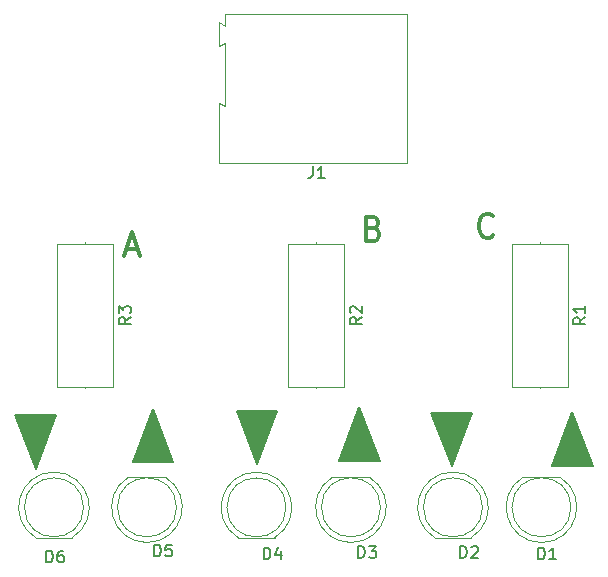
<source format=gbr>
%TF.GenerationSoftware,KiCad,Pcbnew,7.0.1*%
%TF.CreationDate,2023-07-30T20:59:50+03:00*%
%TF.ProjectId,Led.R+G,4c65642e-522b-4472-9e6b-696361645f70,rev?*%
%TF.SameCoordinates,Original*%
%TF.FileFunction,Legend,Top*%
%TF.FilePolarity,Positive*%
%FSLAX46Y46*%
G04 Gerber Fmt 4.6, Leading zero omitted, Abs format (unit mm)*
G04 Created by KiCad (PCBNEW 7.0.1) date 2023-07-30 20:59:50*
%MOMM*%
%LPD*%
G01*
G04 APERTURE LIST*
%ADD10C,0.150000*%
%ADD11C,0.300000*%
%ADD12C,0.120000*%
%ADD13C,2.400000*%
%ADD14O,2.400000X2.400000*%
%ADD15R,1.800000X1.800000*%
%ADD16C,1.800000*%
%ADD17R,1.980000X3.960000*%
%ADD18O,1.980000X3.960000*%
G04 APERTURE END LIST*
D10*
X81550000Y-91310000D02*
X78104782Y-91310000D01*
X79818087Y-86789897D01*
X81550000Y-91310000D01*
G36*
X81550000Y-91310000D02*
G01*
X78104782Y-91310000D01*
X79818087Y-86789897D01*
X81550000Y-91310000D01*
G37*
X64091898Y-91455282D02*
X60646680Y-91455282D01*
X62359985Y-86935179D01*
X64091898Y-91455282D01*
G36*
X64091898Y-91455282D02*
G01*
X60646680Y-91455282D01*
X62359985Y-86935179D01*
X64091898Y-91455282D01*
G37*
X52440015Y-91964821D02*
X50708102Y-87444718D01*
X54153320Y-87444718D01*
X52440015Y-91964821D01*
G36*
X52440015Y-91964821D02*
G01*
X50708102Y-87444718D01*
X54153320Y-87444718D01*
X52440015Y-91964821D01*
G37*
X71170015Y-91574821D02*
X69438102Y-87054718D01*
X72883320Y-87054718D01*
X71170015Y-91574821D01*
G36*
X71170015Y-91574821D02*
G01*
X69438102Y-87054718D01*
X72883320Y-87054718D01*
X71170015Y-91574821D01*
G37*
X99572774Y-91715978D02*
X96127556Y-91715978D01*
X97840861Y-87195875D01*
X99572774Y-91715978D01*
G36*
X99572774Y-91715978D02*
G01*
X96127556Y-91715978D01*
X97840861Y-87195875D01*
X99572774Y-91715978D01*
G37*
X87649139Y-91744125D02*
X85917226Y-87224022D01*
X89362444Y-87224022D01*
X87649139Y-91744125D01*
G36*
X87649139Y-91744125D02*
G01*
X85917226Y-87224022D01*
X89362444Y-87224022D01*
X87649139Y-91744125D01*
G37*
D11*
X91170047Y-72235761D02*
X91074809Y-72331000D01*
X91074809Y-72331000D02*
X90789095Y-72426238D01*
X90789095Y-72426238D02*
X90598619Y-72426238D01*
X90598619Y-72426238D02*
X90312904Y-72331000D01*
X90312904Y-72331000D02*
X90122428Y-72140523D01*
X90122428Y-72140523D02*
X90027190Y-71950047D01*
X90027190Y-71950047D02*
X89931952Y-71569095D01*
X89931952Y-71569095D02*
X89931952Y-71283380D01*
X89931952Y-71283380D02*
X90027190Y-70902428D01*
X90027190Y-70902428D02*
X90122428Y-70711952D01*
X90122428Y-70711952D02*
X90312904Y-70521476D01*
X90312904Y-70521476D02*
X90598619Y-70426238D01*
X90598619Y-70426238D02*
X90789095Y-70426238D01*
X90789095Y-70426238D02*
X91074809Y-70521476D01*
X91074809Y-70521476D02*
X91170047Y-70616714D01*
X60102809Y-73378809D02*
X61055190Y-73378809D01*
X59912333Y-73950238D02*
X60578999Y-71950238D01*
X60578999Y-71950238D02*
X61245666Y-73950238D01*
X81041857Y-71632619D02*
X81327571Y-71727857D01*
X81327571Y-71727857D02*
X81422809Y-71823095D01*
X81422809Y-71823095D02*
X81518047Y-72013571D01*
X81518047Y-72013571D02*
X81518047Y-72299285D01*
X81518047Y-72299285D02*
X81422809Y-72489761D01*
X81422809Y-72489761D02*
X81327571Y-72585000D01*
X81327571Y-72585000D02*
X81137095Y-72680238D01*
X81137095Y-72680238D02*
X80375190Y-72680238D01*
X80375190Y-72680238D02*
X80375190Y-70680238D01*
X80375190Y-70680238D02*
X81041857Y-70680238D01*
X81041857Y-70680238D02*
X81232333Y-70775476D01*
X81232333Y-70775476D02*
X81327571Y-70870714D01*
X81327571Y-70870714D02*
X81422809Y-71061190D01*
X81422809Y-71061190D02*
X81422809Y-71251666D01*
X81422809Y-71251666D02*
X81327571Y-71442142D01*
X81327571Y-71442142D02*
X81232333Y-71537380D01*
X81232333Y-71537380D02*
X81041857Y-71632619D01*
X81041857Y-71632619D02*
X80375190Y-71632619D01*
D10*
%TO.C,R3*%
X60474619Y-79160666D02*
X59998428Y-79493999D01*
X60474619Y-79732094D02*
X59474619Y-79732094D01*
X59474619Y-79732094D02*
X59474619Y-79351142D01*
X59474619Y-79351142D02*
X59522238Y-79255904D01*
X59522238Y-79255904D02*
X59569857Y-79208285D01*
X59569857Y-79208285D02*
X59665095Y-79160666D01*
X59665095Y-79160666D02*
X59807952Y-79160666D01*
X59807952Y-79160666D02*
X59903190Y-79208285D01*
X59903190Y-79208285D02*
X59950809Y-79255904D01*
X59950809Y-79255904D02*
X59998428Y-79351142D01*
X59998428Y-79351142D02*
X59998428Y-79732094D01*
X59474619Y-78827332D02*
X59474619Y-78208285D01*
X59474619Y-78208285D02*
X59855571Y-78541618D01*
X59855571Y-78541618D02*
X59855571Y-78398761D01*
X59855571Y-78398761D02*
X59903190Y-78303523D01*
X59903190Y-78303523D02*
X59950809Y-78255904D01*
X59950809Y-78255904D02*
X60046047Y-78208285D01*
X60046047Y-78208285D02*
X60284142Y-78208285D01*
X60284142Y-78208285D02*
X60379380Y-78255904D01*
X60379380Y-78255904D02*
X60427000Y-78303523D01*
X60427000Y-78303523D02*
X60474619Y-78398761D01*
X60474619Y-78398761D02*
X60474619Y-78684475D01*
X60474619Y-78684475D02*
X60427000Y-78779713D01*
X60427000Y-78779713D02*
X60379380Y-78827332D01*
%TO.C,D4*%
X71732905Y-99656619D02*
X71732905Y-98656619D01*
X71732905Y-98656619D02*
X71971000Y-98656619D01*
X71971000Y-98656619D02*
X72113857Y-98704238D01*
X72113857Y-98704238D02*
X72209095Y-98799476D01*
X72209095Y-98799476D02*
X72256714Y-98894714D01*
X72256714Y-98894714D02*
X72304333Y-99085190D01*
X72304333Y-99085190D02*
X72304333Y-99228047D01*
X72304333Y-99228047D02*
X72256714Y-99418523D01*
X72256714Y-99418523D02*
X72209095Y-99513761D01*
X72209095Y-99513761D02*
X72113857Y-99609000D01*
X72113857Y-99609000D02*
X71971000Y-99656619D01*
X71971000Y-99656619D02*
X71732905Y-99656619D01*
X73161476Y-98989952D02*
X73161476Y-99656619D01*
X72923381Y-98609000D02*
X72685286Y-99323285D01*
X72685286Y-99323285D02*
X73304333Y-99323285D01*
%TO.C,D2*%
X88369905Y-99529619D02*
X88369905Y-98529619D01*
X88369905Y-98529619D02*
X88608000Y-98529619D01*
X88608000Y-98529619D02*
X88750857Y-98577238D01*
X88750857Y-98577238D02*
X88846095Y-98672476D01*
X88846095Y-98672476D02*
X88893714Y-98767714D01*
X88893714Y-98767714D02*
X88941333Y-98958190D01*
X88941333Y-98958190D02*
X88941333Y-99101047D01*
X88941333Y-99101047D02*
X88893714Y-99291523D01*
X88893714Y-99291523D02*
X88846095Y-99386761D01*
X88846095Y-99386761D02*
X88750857Y-99482000D01*
X88750857Y-99482000D02*
X88608000Y-99529619D01*
X88608000Y-99529619D02*
X88369905Y-99529619D01*
X89322286Y-98624857D02*
X89369905Y-98577238D01*
X89369905Y-98577238D02*
X89465143Y-98529619D01*
X89465143Y-98529619D02*
X89703238Y-98529619D01*
X89703238Y-98529619D02*
X89798476Y-98577238D01*
X89798476Y-98577238D02*
X89846095Y-98624857D01*
X89846095Y-98624857D02*
X89893714Y-98720095D01*
X89893714Y-98720095D02*
X89893714Y-98815333D01*
X89893714Y-98815333D02*
X89846095Y-98958190D01*
X89846095Y-98958190D02*
X89274667Y-99529619D01*
X89274667Y-99529619D02*
X89893714Y-99529619D01*
%TO.C,R1*%
X98955619Y-79160666D02*
X98479428Y-79493999D01*
X98955619Y-79732094D02*
X97955619Y-79732094D01*
X97955619Y-79732094D02*
X97955619Y-79351142D01*
X97955619Y-79351142D02*
X98003238Y-79255904D01*
X98003238Y-79255904D02*
X98050857Y-79208285D01*
X98050857Y-79208285D02*
X98146095Y-79160666D01*
X98146095Y-79160666D02*
X98288952Y-79160666D01*
X98288952Y-79160666D02*
X98384190Y-79208285D01*
X98384190Y-79208285D02*
X98431809Y-79255904D01*
X98431809Y-79255904D02*
X98479428Y-79351142D01*
X98479428Y-79351142D02*
X98479428Y-79732094D01*
X98955619Y-78208285D02*
X98955619Y-78779713D01*
X98955619Y-78493999D02*
X97955619Y-78493999D01*
X97955619Y-78493999D02*
X98098476Y-78589237D01*
X98098476Y-78589237D02*
X98193714Y-78684475D01*
X98193714Y-78684475D02*
X98241333Y-78779713D01*
%TO.C,J1*%
X75907666Y-66369619D02*
X75907666Y-67083904D01*
X75907666Y-67083904D02*
X75860047Y-67226761D01*
X75860047Y-67226761D02*
X75764809Y-67322000D01*
X75764809Y-67322000D02*
X75621952Y-67369619D01*
X75621952Y-67369619D02*
X75526714Y-67369619D01*
X76907666Y-67369619D02*
X76336238Y-67369619D01*
X76621952Y-67369619D02*
X76621952Y-66369619D01*
X76621952Y-66369619D02*
X76526714Y-66512476D01*
X76526714Y-66512476D02*
X76431476Y-66607714D01*
X76431476Y-66607714D02*
X76336238Y-66655333D01*
%TO.C,D5*%
X62461905Y-99402619D02*
X62461905Y-98402619D01*
X62461905Y-98402619D02*
X62700000Y-98402619D01*
X62700000Y-98402619D02*
X62842857Y-98450238D01*
X62842857Y-98450238D02*
X62938095Y-98545476D01*
X62938095Y-98545476D02*
X62985714Y-98640714D01*
X62985714Y-98640714D02*
X63033333Y-98831190D01*
X63033333Y-98831190D02*
X63033333Y-98974047D01*
X63033333Y-98974047D02*
X62985714Y-99164523D01*
X62985714Y-99164523D02*
X62938095Y-99259761D01*
X62938095Y-99259761D02*
X62842857Y-99355000D01*
X62842857Y-99355000D02*
X62700000Y-99402619D01*
X62700000Y-99402619D02*
X62461905Y-99402619D01*
X63938095Y-98402619D02*
X63461905Y-98402619D01*
X63461905Y-98402619D02*
X63414286Y-98878809D01*
X63414286Y-98878809D02*
X63461905Y-98831190D01*
X63461905Y-98831190D02*
X63557143Y-98783571D01*
X63557143Y-98783571D02*
X63795238Y-98783571D01*
X63795238Y-98783571D02*
X63890476Y-98831190D01*
X63890476Y-98831190D02*
X63938095Y-98878809D01*
X63938095Y-98878809D02*
X63985714Y-98974047D01*
X63985714Y-98974047D02*
X63985714Y-99212142D01*
X63985714Y-99212142D02*
X63938095Y-99307380D01*
X63938095Y-99307380D02*
X63890476Y-99355000D01*
X63890476Y-99355000D02*
X63795238Y-99402619D01*
X63795238Y-99402619D02*
X63557143Y-99402619D01*
X63557143Y-99402619D02*
X63461905Y-99355000D01*
X63461905Y-99355000D02*
X63414286Y-99307380D01*
%TO.C,D6*%
X53317905Y-99910619D02*
X53317905Y-98910619D01*
X53317905Y-98910619D02*
X53556000Y-98910619D01*
X53556000Y-98910619D02*
X53698857Y-98958238D01*
X53698857Y-98958238D02*
X53794095Y-99053476D01*
X53794095Y-99053476D02*
X53841714Y-99148714D01*
X53841714Y-99148714D02*
X53889333Y-99339190D01*
X53889333Y-99339190D02*
X53889333Y-99482047D01*
X53889333Y-99482047D02*
X53841714Y-99672523D01*
X53841714Y-99672523D02*
X53794095Y-99767761D01*
X53794095Y-99767761D02*
X53698857Y-99863000D01*
X53698857Y-99863000D02*
X53556000Y-99910619D01*
X53556000Y-99910619D02*
X53317905Y-99910619D01*
X54746476Y-98910619D02*
X54556000Y-98910619D01*
X54556000Y-98910619D02*
X54460762Y-98958238D01*
X54460762Y-98958238D02*
X54413143Y-99005857D01*
X54413143Y-99005857D02*
X54317905Y-99148714D01*
X54317905Y-99148714D02*
X54270286Y-99339190D01*
X54270286Y-99339190D02*
X54270286Y-99720142D01*
X54270286Y-99720142D02*
X54317905Y-99815380D01*
X54317905Y-99815380D02*
X54365524Y-99863000D01*
X54365524Y-99863000D02*
X54460762Y-99910619D01*
X54460762Y-99910619D02*
X54651238Y-99910619D01*
X54651238Y-99910619D02*
X54746476Y-99863000D01*
X54746476Y-99863000D02*
X54794095Y-99815380D01*
X54794095Y-99815380D02*
X54841714Y-99720142D01*
X54841714Y-99720142D02*
X54841714Y-99482047D01*
X54841714Y-99482047D02*
X54794095Y-99386809D01*
X54794095Y-99386809D02*
X54746476Y-99339190D01*
X54746476Y-99339190D02*
X54651238Y-99291571D01*
X54651238Y-99291571D02*
X54460762Y-99291571D01*
X54460762Y-99291571D02*
X54365524Y-99339190D01*
X54365524Y-99339190D02*
X54317905Y-99386809D01*
X54317905Y-99386809D02*
X54270286Y-99482047D01*
%TO.C,D3*%
X79733905Y-99529619D02*
X79733905Y-98529619D01*
X79733905Y-98529619D02*
X79972000Y-98529619D01*
X79972000Y-98529619D02*
X80114857Y-98577238D01*
X80114857Y-98577238D02*
X80210095Y-98672476D01*
X80210095Y-98672476D02*
X80257714Y-98767714D01*
X80257714Y-98767714D02*
X80305333Y-98958190D01*
X80305333Y-98958190D02*
X80305333Y-99101047D01*
X80305333Y-99101047D02*
X80257714Y-99291523D01*
X80257714Y-99291523D02*
X80210095Y-99386761D01*
X80210095Y-99386761D02*
X80114857Y-99482000D01*
X80114857Y-99482000D02*
X79972000Y-99529619D01*
X79972000Y-99529619D02*
X79733905Y-99529619D01*
X80638667Y-98529619D02*
X81257714Y-98529619D01*
X81257714Y-98529619D02*
X80924381Y-98910571D01*
X80924381Y-98910571D02*
X81067238Y-98910571D01*
X81067238Y-98910571D02*
X81162476Y-98958190D01*
X81162476Y-98958190D02*
X81210095Y-99005809D01*
X81210095Y-99005809D02*
X81257714Y-99101047D01*
X81257714Y-99101047D02*
X81257714Y-99339142D01*
X81257714Y-99339142D02*
X81210095Y-99434380D01*
X81210095Y-99434380D02*
X81162476Y-99482000D01*
X81162476Y-99482000D02*
X81067238Y-99529619D01*
X81067238Y-99529619D02*
X80781524Y-99529619D01*
X80781524Y-99529619D02*
X80686286Y-99482000D01*
X80686286Y-99482000D02*
X80638667Y-99434380D01*
%TO.C,R2*%
X80032619Y-79160666D02*
X79556428Y-79493999D01*
X80032619Y-79732094D02*
X79032619Y-79732094D01*
X79032619Y-79732094D02*
X79032619Y-79351142D01*
X79032619Y-79351142D02*
X79080238Y-79255904D01*
X79080238Y-79255904D02*
X79127857Y-79208285D01*
X79127857Y-79208285D02*
X79223095Y-79160666D01*
X79223095Y-79160666D02*
X79365952Y-79160666D01*
X79365952Y-79160666D02*
X79461190Y-79208285D01*
X79461190Y-79208285D02*
X79508809Y-79255904D01*
X79508809Y-79255904D02*
X79556428Y-79351142D01*
X79556428Y-79351142D02*
X79556428Y-79732094D01*
X79127857Y-78779713D02*
X79080238Y-78732094D01*
X79080238Y-78732094D02*
X79032619Y-78636856D01*
X79032619Y-78636856D02*
X79032619Y-78398761D01*
X79032619Y-78398761D02*
X79080238Y-78303523D01*
X79080238Y-78303523D02*
X79127857Y-78255904D01*
X79127857Y-78255904D02*
X79223095Y-78208285D01*
X79223095Y-78208285D02*
X79318333Y-78208285D01*
X79318333Y-78208285D02*
X79461190Y-78255904D01*
X79461190Y-78255904D02*
X80032619Y-78827332D01*
X80032619Y-78827332D02*
X80032619Y-78208285D01*
%TO.C,D1*%
X94973905Y-99656619D02*
X94973905Y-98656619D01*
X94973905Y-98656619D02*
X95212000Y-98656619D01*
X95212000Y-98656619D02*
X95354857Y-98704238D01*
X95354857Y-98704238D02*
X95450095Y-98799476D01*
X95450095Y-98799476D02*
X95497714Y-98894714D01*
X95497714Y-98894714D02*
X95545333Y-99085190D01*
X95545333Y-99085190D02*
X95545333Y-99228047D01*
X95545333Y-99228047D02*
X95497714Y-99418523D01*
X95497714Y-99418523D02*
X95450095Y-99513761D01*
X95450095Y-99513761D02*
X95354857Y-99609000D01*
X95354857Y-99609000D02*
X95212000Y-99656619D01*
X95212000Y-99656619D02*
X94973905Y-99656619D01*
X96497714Y-99656619D02*
X95926286Y-99656619D01*
X96212000Y-99656619D02*
X96212000Y-98656619D01*
X96212000Y-98656619D02*
X96116762Y-98799476D01*
X96116762Y-98799476D02*
X96021524Y-98894714D01*
X96021524Y-98894714D02*
X95926286Y-98942333D01*
D12*
%TO.C,R3*%
X54272000Y-85064000D02*
X59012000Y-85064000D01*
X59012000Y-85064000D02*
X59012000Y-72924000D01*
X54272000Y-72924000D02*
X54272000Y-85064000D01*
X56642000Y-72814000D02*
X56642000Y-72924000D01*
X56642000Y-85174000D02*
X56642000Y-85064000D01*
X59012000Y-72924000D02*
X54272000Y-72924000D01*
%TO.C,D4*%
X69575000Y-97815000D02*
X72665000Y-97815000D01*
X71120462Y-92265001D02*
G75*
G03*
X69575170Y-97814999I-462J-2989999D01*
G01*
X72664830Y-97815000D02*
G75*
G03*
X71119538Y-92265000I-1544830J2560000D01*
G01*
X73620000Y-95255000D02*
G75*
G03*
X73620000Y-95255000I-2500000J0D01*
G01*
%TO.C,D2*%
X86212000Y-97815000D02*
X89302000Y-97815000D01*
X87757462Y-92265001D02*
G75*
G03*
X86212170Y-97814999I-462J-2989999D01*
G01*
X89301830Y-97815000D02*
G75*
G03*
X87756538Y-92265000I-1544830J2560000D01*
G01*
X90257000Y-95255000D02*
G75*
G03*
X90257000Y-95255000I-2500000J0D01*
G01*
%TO.C,R1*%
X92753000Y-85064000D02*
X97493000Y-85064000D01*
X95123000Y-85174000D02*
X95123000Y-85064000D01*
X95123000Y-72814000D02*
X95123000Y-72924000D01*
X92753000Y-72924000D02*
X92753000Y-85064000D01*
X97493000Y-85064000D02*
X97493000Y-72924000D01*
X97493000Y-72924000D02*
X92753000Y-72924000D01*
%TO.C,J1*%
X68491000Y-61307000D02*
X67991000Y-61057000D01*
X68491000Y-55907000D02*
X68491000Y-61307000D01*
X83891000Y-66107000D02*
X83891000Y-53507000D01*
X68491000Y-53507000D02*
X68491000Y-54457000D01*
X67991000Y-66107000D02*
X83891000Y-66107000D01*
X68491000Y-54457000D02*
X67991000Y-54157000D01*
X67991000Y-56157000D02*
X68491000Y-55907000D01*
X67991000Y-54157000D02*
X67991000Y-56157000D01*
X83891000Y-53507000D02*
X68491000Y-53507000D01*
X67991000Y-61057000D02*
X67991000Y-66107000D01*
%TO.C,D5*%
X63394000Y-92685000D02*
X60304000Y-92685000D01*
X60304170Y-92685000D02*
G75*
G03*
X61849462Y-98235000I1544830J-2560000D01*
G01*
X61848538Y-98234999D02*
G75*
G03*
X63393830Y-92685001I462J2989999D01*
G01*
X64349000Y-95245000D02*
G75*
G03*
X64349000Y-95245000I-2500000J0D01*
G01*
%TO.C,D6*%
X52430000Y-97815000D02*
X55520000Y-97815000D01*
X55519830Y-97815000D02*
G75*
G03*
X53974538Y-92265000I-1544830J2560000D01*
G01*
X53975462Y-92265001D02*
G75*
G03*
X52430170Y-97814999I-462J-2989999D01*
G01*
X56475000Y-95255000D02*
G75*
G03*
X56475000Y-95255000I-2500000J0D01*
G01*
%TO.C,D3*%
X80666000Y-92685000D02*
X77576000Y-92685000D01*
X77576170Y-92685000D02*
G75*
G03*
X79121462Y-98235000I1544830J-2560000D01*
G01*
X79120538Y-98234999D02*
G75*
G03*
X80665830Y-92685001I462J2989999D01*
G01*
X81621000Y-95245000D02*
G75*
G03*
X81621000Y-95245000I-2500000J0D01*
G01*
%TO.C,R2*%
X73830000Y-72924000D02*
X73830000Y-85064000D01*
X76200000Y-85174000D02*
X76200000Y-85064000D01*
X78570000Y-85064000D02*
X78570000Y-72924000D01*
X78570000Y-72924000D02*
X73830000Y-72924000D01*
X76200000Y-72814000D02*
X76200000Y-72924000D01*
X73830000Y-85064000D02*
X78570000Y-85064000D01*
%TO.C,D1*%
X96795000Y-92685000D02*
X93705000Y-92685000D01*
X93705170Y-92685000D02*
G75*
G03*
X95250462Y-98235000I1544830J-2560000D01*
G01*
X95249538Y-98234999D02*
G75*
G03*
X96794830Y-92685001I462J2989999D01*
G01*
X97750000Y-95245000D02*
G75*
G03*
X97750000Y-95245000I-2500000J0D01*
G01*
%TD*%
%LPC*%
D13*
%TO.C,R3*%
X56642000Y-71374000D03*
D14*
X56642000Y-86614000D03*
%TD*%
D15*
%TO.C,D4*%
X71120000Y-96525000D03*
D16*
X71120000Y-93985000D03*
%TD*%
D15*
%TO.C,D2*%
X87757000Y-96525000D03*
D16*
X87757000Y-93985000D03*
%TD*%
D13*
%TO.C,R1*%
X95123000Y-71374000D03*
D14*
X95123000Y-86614000D03*
%TD*%
D17*
%TO.C,J1*%
X81241000Y-59807000D03*
D18*
X76241000Y-59807000D03*
X71241000Y-59807000D03*
%TD*%
D15*
%TO.C,D5*%
X61849000Y-93975000D03*
D16*
X61849000Y-96515000D03*
%TD*%
D15*
%TO.C,D6*%
X53975000Y-96525000D03*
D16*
X53975000Y-93985000D03*
%TD*%
D15*
%TO.C,D3*%
X79121000Y-93975000D03*
D16*
X79121000Y-96515000D03*
%TD*%
D13*
%TO.C,R2*%
X76200000Y-71374000D03*
D14*
X76200000Y-86614000D03*
%TD*%
D15*
%TO.C,D1*%
X95250000Y-93975000D03*
D16*
X95250000Y-96515000D03*
%TD*%
M02*

</source>
